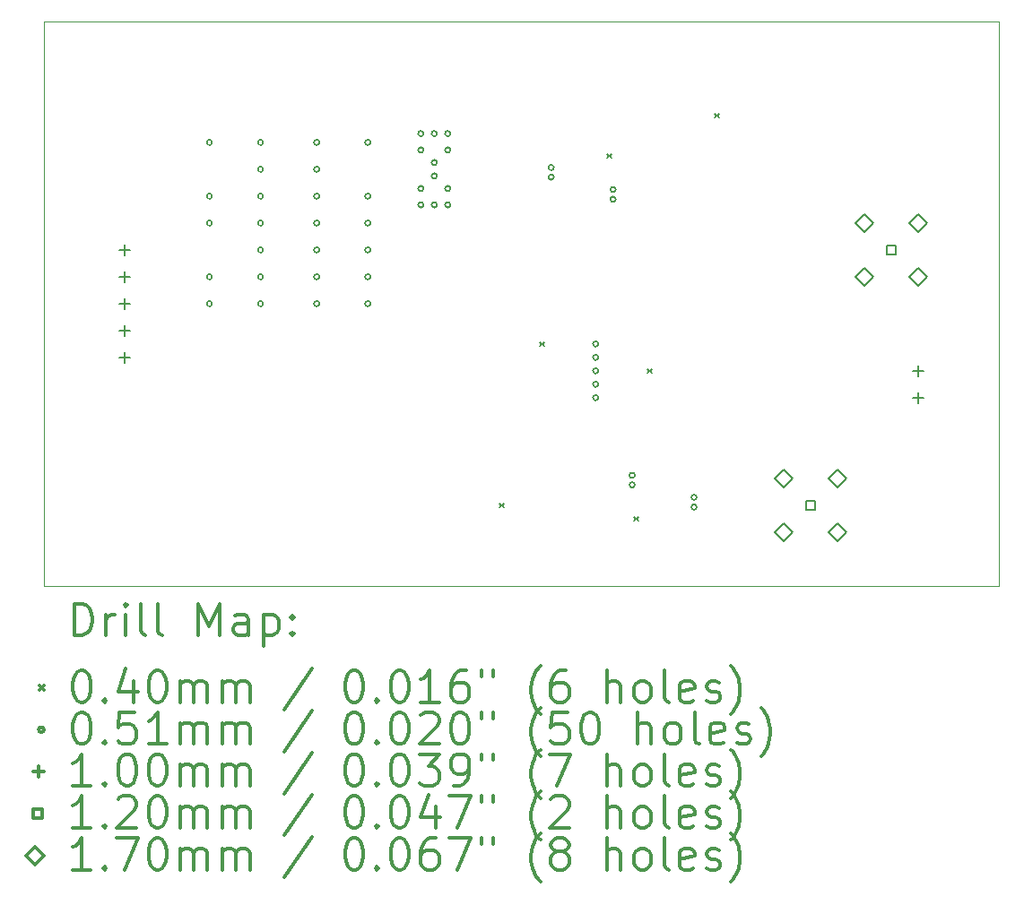
<source format=gbr>
%FSLAX45Y45*%
G04 Gerber Fmt 4.5, Leading zero omitted, Abs format (unit mm)*
G04 Created by KiCad (PCBNEW 5.1.9-73d0e3b20d~88~ubuntu20.04.1) date 2021-08-29 02:07:08*
%MOMM*%
%LPD*%
G01*
G04 APERTURE LIST*
%TA.AperFunction,Profile*%
%ADD10C,0.050000*%
%TD*%
%ADD11C,0.200000*%
%ADD12C,0.300000*%
G04 APERTURE END LIST*
D10*
X7493000Y-5080000D02*
X7493000Y-5207000D01*
X16510000Y-5080000D02*
X7493000Y-5080000D01*
X16510000Y-10414000D02*
X16510000Y-5080000D01*
X7493000Y-10414000D02*
X16510000Y-10414000D01*
X7493000Y-5207000D02*
X7493000Y-10414000D01*
D11*
X11791000Y-9632000D02*
X11831000Y-9672000D01*
X11831000Y-9632000D02*
X11791000Y-9672000D01*
X12172000Y-8108000D02*
X12212000Y-8148000D01*
X12212000Y-8108000D02*
X12172000Y-8148000D01*
X12807000Y-6330000D02*
X12847000Y-6370000D01*
X12847000Y-6330000D02*
X12807000Y-6370000D01*
X13061000Y-9759000D02*
X13101000Y-9799000D01*
X13101000Y-9759000D02*
X13061000Y-9799000D01*
X13188000Y-8362000D02*
X13228000Y-8402000D01*
X13228000Y-8362000D02*
X13188000Y-8402000D01*
X13823000Y-5949000D02*
X13863000Y-5989000D01*
X13863000Y-5949000D02*
X13823000Y-5989000D01*
X9077960Y-6223000D02*
G75*
G03*
X9077960Y-6223000I-25400J0D01*
G01*
X9077960Y-6731000D02*
G75*
G03*
X9077960Y-6731000I-25400J0D01*
G01*
X9077960Y-6985000D02*
G75*
G03*
X9077960Y-6985000I-25400J0D01*
G01*
X9077960Y-7493000D02*
G75*
G03*
X9077960Y-7493000I-25400J0D01*
G01*
X9077960Y-7747000D02*
G75*
G03*
X9077960Y-7747000I-25400J0D01*
G01*
X9560560Y-6223000D02*
G75*
G03*
X9560560Y-6223000I-25400J0D01*
G01*
X9560560Y-6477000D02*
G75*
G03*
X9560560Y-6477000I-25400J0D01*
G01*
X9560560Y-6731000D02*
G75*
G03*
X9560560Y-6731000I-25400J0D01*
G01*
X9560560Y-6985000D02*
G75*
G03*
X9560560Y-6985000I-25400J0D01*
G01*
X9560560Y-7239000D02*
G75*
G03*
X9560560Y-7239000I-25400J0D01*
G01*
X9560560Y-7493000D02*
G75*
G03*
X9560560Y-7493000I-25400J0D01*
G01*
X9560560Y-7747000D02*
G75*
G03*
X9560560Y-7747000I-25400J0D01*
G01*
X10091420Y-6223000D02*
G75*
G03*
X10091420Y-6223000I-25400J0D01*
G01*
X10091420Y-6477000D02*
G75*
G03*
X10091420Y-6477000I-25400J0D01*
G01*
X10091420Y-6731000D02*
G75*
G03*
X10091420Y-6731000I-25400J0D01*
G01*
X10091420Y-6985000D02*
G75*
G03*
X10091420Y-6985000I-25400J0D01*
G01*
X10091420Y-7239000D02*
G75*
G03*
X10091420Y-7239000I-25400J0D01*
G01*
X10091420Y-7493000D02*
G75*
G03*
X10091420Y-7493000I-25400J0D01*
G01*
X10091420Y-7747000D02*
G75*
G03*
X10091420Y-7747000I-25400J0D01*
G01*
X10574020Y-6223000D02*
G75*
G03*
X10574020Y-6223000I-25400J0D01*
G01*
X10574020Y-6731000D02*
G75*
G03*
X10574020Y-6731000I-25400J0D01*
G01*
X10574020Y-6985000D02*
G75*
G03*
X10574020Y-6985000I-25400J0D01*
G01*
X10574020Y-7239000D02*
G75*
G03*
X10574020Y-7239000I-25400J0D01*
G01*
X10574020Y-7493000D02*
G75*
G03*
X10574020Y-7493000I-25400J0D01*
G01*
X10574020Y-7747000D02*
G75*
G03*
X10574020Y-7747000I-25400J0D01*
G01*
X11074400Y-6140450D02*
G75*
G03*
X11074400Y-6140450I-25400J0D01*
G01*
X11074400Y-6295390D02*
G75*
G03*
X11074400Y-6295390I-25400J0D01*
G01*
X11074400Y-6658610D02*
G75*
G03*
X11074400Y-6658610I-25400J0D01*
G01*
X11074400Y-6813550D02*
G75*
G03*
X11074400Y-6813550I-25400J0D01*
G01*
X11201400Y-6140450D02*
G75*
G03*
X11201400Y-6140450I-25400J0D01*
G01*
X11201400Y-6413500D02*
G75*
G03*
X11201400Y-6413500I-25400J0D01*
G01*
X11201400Y-6540500D02*
G75*
G03*
X11201400Y-6540500I-25400J0D01*
G01*
X11201400Y-6813550D02*
G75*
G03*
X11201400Y-6813550I-25400J0D01*
G01*
X11328400Y-6140450D02*
G75*
G03*
X11328400Y-6140450I-25400J0D01*
G01*
X11328400Y-6295390D02*
G75*
G03*
X11328400Y-6295390I-25400J0D01*
G01*
X11328400Y-6658610D02*
G75*
G03*
X11328400Y-6658610I-25400J0D01*
G01*
X11328400Y-6813550D02*
G75*
G03*
X11328400Y-6813550I-25400J0D01*
G01*
X12305030Y-6460490D02*
G75*
G03*
X12305030Y-6460490I-25400J0D01*
G01*
X12305030Y-6551930D02*
G75*
G03*
X12305030Y-6551930I-25400J0D01*
G01*
X12725400Y-8128000D02*
G75*
G03*
X12725400Y-8128000I-25400J0D01*
G01*
X12725400Y-8255000D02*
G75*
G03*
X12725400Y-8255000I-25400J0D01*
G01*
X12725400Y-8382000D02*
G75*
G03*
X12725400Y-8382000I-25400J0D01*
G01*
X12725400Y-8509000D02*
G75*
G03*
X12725400Y-8509000I-25400J0D01*
G01*
X12725400Y-8636000D02*
G75*
G03*
X12725400Y-8636000I-25400J0D01*
G01*
X12889230Y-6668770D02*
G75*
G03*
X12889230Y-6668770I-25400J0D01*
G01*
X12889230Y-6760210D02*
G75*
G03*
X12889230Y-6760210I-25400J0D01*
G01*
X13069570Y-9368790D02*
G75*
G03*
X13069570Y-9368790I-25400J0D01*
G01*
X13069570Y-9460230D02*
G75*
G03*
X13069570Y-9460230I-25400J0D01*
G01*
X13653770Y-9577070D02*
G75*
G03*
X13653770Y-9577070I-25400J0D01*
G01*
X13653770Y-9668510D02*
G75*
G03*
X13653770Y-9668510I-25400J0D01*
G01*
X8255000Y-7189000D02*
X8255000Y-7289000D01*
X8205000Y-7239000D02*
X8305000Y-7239000D01*
X8255000Y-7443000D02*
X8255000Y-7543000D01*
X8205000Y-7493000D02*
X8305000Y-7493000D01*
X8255000Y-7697000D02*
X8255000Y-7797000D01*
X8205000Y-7747000D02*
X8305000Y-7747000D01*
X8255000Y-7951000D02*
X8255000Y-8051000D01*
X8205000Y-8001000D02*
X8305000Y-8001000D01*
X8255000Y-8205000D02*
X8255000Y-8305000D01*
X8205000Y-8255000D02*
X8305000Y-8255000D01*
X15748000Y-8332000D02*
X15748000Y-8432000D01*
X15698000Y-8382000D02*
X15798000Y-8382000D01*
X15748000Y-8586000D02*
X15748000Y-8686000D01*
X15698000Y-8636000D02*
X15798000Y-8636000D01*
X14774427Y-9694427D02*
X14774427Y-9609573D01*
X14689573Y-9609573D01*
X14689573Y-9694427D01*
X14774427Y-9694427D01*
X15536427Y-7281427D02*
X15536427Y-7196573D01*
X15451573Y-7196573D01*
X15451573Y-7281427D01*
X15536427Y-7281427D01*
X14478000Y-9483000D02*
X14563000Y-9398000D01*
X14478000Y-9313000D01*
X14393000Y-9398000D01*
X14478000Y-9483000D01*
X14478000Y-9991000D02*
X14563000Y-9906000D01*
X14478000Y-9821000D01*
X14393000Y-9906000D01*
X14478000Y-9991000D01*
X14986000Y-9483000D02*
X15071000Y-9398000D01*
X14986000Y-9313000D01*
X14901000Y-9398000D01*
X14986000Y-9483000D01*
X14986000Y-9991000D02*
X15071000Y-9906000D01*
X14986000Y-9821000D01*
X14901000Y-9906000D01*
X14986000Y-9991000D01*
X15240000Y-7070000D02*
X15325000Y-6985000D01*
X15240000Y-6900000D01*
X15155000Y-6985000D01*
X15240000Y-7070000D01*
X15240000Y-7578000D02*
X15325000Y-7493000D01*
X15240000Y-7408000D01*
X15155000Y-7493000D01*
X15240000Y-7578000D01*
X15748000Y-7070000D02*
X15833000Y-6985000D01*
X15748000Y-6900000D01*
X15663000Y-6985000D01*
X15748000Y-7070000D01*
X15748000Y-7578000D02*
X15833000Y-7493000D01*
X15748000Y-7408000D01*
X15663000Y-7493000D01*
X15748000Y-7578000D01*
D12*
X7776928Y-10882214D02*
X7776928Y-10582214D01*
X7848357Y-10582214D01*
X7891214Y-10596500D01*
X7919786Y-10625072D01*
X7934071Y-10653643D01*
X7948357Y-10710786D01*
X7948357Y-10753643D01*
X7934071Y-10810786D01*
X7919786Y-10839357D01*
X7891214Y-10867929D01*
X7848357Y-10882214D01*
X7776928Y-10882214D01*
X8076928Y-10882214D02*
X8076928Y-10682214D01*
X8076928Y-10739357D02*
X8091214Y-10710786D01*
X8105500Y-10696500D01*
X8134071Y-10682214D01*
X8162643Y-10682214D01*
X8262643Y-10882214D02*
X8262643Y-10682214D01*
X8262643Y-10582214D02*
X8248357Y-10596500D01*
X8262643Y-10610786D01*
X8276928Y-10596500D01*
X8262643Y-10582214D01*
X8262643Y-10610786D01*
X8448357Y-10882214D02*
X8419786Y-10867929D01*
X8405500Y-10839357D01*
X8405500Y-10582214D01*
X8605500Y-10882214D02*
X8576928Y-10867929D01*
X8562643Y-10839357D01*
X8562643Y-10582214D01*
X8948357Y-10882214D02*
X8948357Y-10582214D01*
X9048357Y-10796500D01*
X9148357Y-10582214D01*
X9148357Y-10882214D01*
X9419786Y-10882214D02*
X9419786Y-10725072D01*
X9405500Y-10696500D01*
X9376928Y-10682214D01*
X9319786Y-10682214D01*
X9291214Y-10696500D01*
X9419786Y-10867929D02*
X9391214Y-10882214D01*
X9319786Y-10882214D01*
X9291214Y-10867929D01*
X9276928Y-10839357D01*
X9276928Y-10810786D01*
X9291214Y-10782214D01*
X9319786Y-10767929D01*
X9391214Y-10767929D01*
X9419786Y-10753643D01*
X9562643Y-10682214D02*
X9562643Y-10982214D01*
X9562643Y-10696500D02*
X9591214Y-10682214D01*
X9648357Y-10682214D01*
X9676928Y-10696500D01*
X9691214Y-10710786D01*
X9705500Y-10739357D01*
X9705500Y-10825072D01*
X9691214Y-10853643D01*
X9676928Y-10867929D01*
X9648357Y-10882214D01*
X9591214Y-10882214D01*
X9562643Y-10867929D01*
X9834071Y-10853643D02*
X9848357Y-10867929D01*
X9834071Y-10882214D01*
X9819786Y-10867929D01*
X9834071Y-10853643D01*
X9834071Y-10882214D01*
X9834071Y-10696500D02*
X9848357Y-10710786D01*
X9834071Y-10725072D01*
X9819786Y-10710786D01*
X9834071Y-10696500D01*
X9834071Y-10725072D01*
X7450500Y-11356500D02*
X7490500Y-11396500D01*
X7490500Y-11356500D02*
X7450500Y-11396500D01*
X7834071Y-11212214D02*
X7862643Y-11212214D01*
X7891214Y-11226500D01*
X7905500Y-11240786D01*
X7919786Y-11269357D01*
X7934071Y-11326500D01*
X7934071Y-11397929D01*
X7919786Y-11455071D01*
X7905500Y-11483643D01*
X7891214Y-11497929D01*
X7862643Y-11512214D01*
X7834071Y-11512214D01*
X7805500Y-11497929D01*
X7791214Y-11483643D01*
X7776928Y-11455071D01*
X7762643Y-11397929D01*
X7762643Y-11326500D01*
X7776928Y-11269357D01*
X7791214Y-11240786D01*
X7805500Y-11226500D01*
X7834071Y-11212214D01*
X8062643Y-11483643D02*
X8076928Y-11497929D01*
X8062643Y-11512214D01*
X8048357Y-11497929D01*
X8062643Y-11483643D01*
X8062643Y-11512214D01*
X8334071Y-11312214D02*
X8334071Y-11512214D01*
X8262643Y-11197929D02*
X8191214Y-11412214D01*
X8376928Y-11412214D01*
X8548357Y-11212214D02*
X8576928Y-11212214D01*
X8605500Y-11226500D01*
X8619786Y-11240786D01*
X8634071Y-11269357D01*
X8648357Y-11326500D01*
X8648357Y-11397929D01*
X8634071Y-11455071D01*
X8619786Y-11483643D01*
X8605500Y-11497929D01*
X8576928Y-11512214D01*
X8548357Y-11512214D01*
X8519786Y-11497929D01*
X8505500Y-11483643D01*
X8491214Y-11455071D01*
X8476928Y-11397929D01*
X8476928Y-11326500D01*
X8491214Y-11269357D01*
X8505500Y-11240786D01*
X8519786Y-11226500D01*
X8548357Y-11212214D01*
X8776928Y-11512214D02*
X8776928Y-11312214D01*
X8776928Y-11340786D02*
X8791214Y-11326500D01*
X8819786Y-11312214D01*
X8862643Y-11312214D01*
X8891214Y-11326500D01*
X8905500Y-11355071D01*
X8905500Y-11512214D01*
X8905500Y-11355071D02*
X8919786Y-11326500D01*
X8948357Y-11312214D01*
X8991214Y-11312214D01*
X9019786Y-11326500D01*
X9034071Y-11355071D01*
X9034071Y-11512214D01*
X9176928Y-11512214D02*
X9176928Y-11312214D01*
X9176928Y-11340786D02*
X9191214Y-11326500D01*
X9219786Y-11312214D01*
X9262643Y-11312214D01*
X9291214Y-11326500D01*
X9305500Y-11355071D01*
X9305500Y-11512214D01*
X9305500Y-11355071D02*
X9319786Y-11326500D01*
X9348357Y-11312214D01*
X9391214Y-11312214D01*
X9419786Y-11326500D01*
X9434071Y-11355071D01*
X9434071Y-11512214D01*
X10019786Y-11197929D02*
X9762643Y-11583643D01*
X10405500Y-11212214D02*
X10434071Y-11212214D01*
X10462643Y-11226500D01*
X10476928Y-11240786D01*
X10491214Y-11269357D01*
X10505500Y-11326500D01*
X10505500Y-11397929D01*
X10491214Y-11455071D01*
X10476928Y-11483643D01*
X10462643Y-11497929D01*
X10434071Y-11512214D01*
X10405500Y-11512214D01*
X10376928Y-11497929D01*
X10362643Y-11483643D01*
X10348357Y-11455071D01*
X10334071Y-11397929D01*
X10334071Y-11326500D01*
X10348357Y-11269357D01*
X10362643Y-11240786D01*
X10376928Y-11226500D01*
X10405500Y-11212214D01*
X10634071Y-11483643D02*
X10648357Y-11497929D01*
X10634071Y-11512214D01*
X10619786Y-11497929D01*
X10634071Y-11483643D01*
X10634071Y-11512214D01*
X10834071Y-11212214D02*
X10862643Y-11212214D01*
X10891214Y-11226500D01*
X10905500Y-11240786D01*
X10919786Y-11269357D01*
X10934071Y-11326500D01*
X10934071Y-11397929D01*
X10919786Y-11455071D01*
X10905500Y-11483643D01*
X10891214Y-11497929D01*
X10862643Y-11512214D01*
X10834071Y-11512214D01*
X10805500Y-11497929D01*
X10791214Y-11483643D01*
X10776928Y-11455071D01*
X10762643Y-11397929D01*
X10762643Y-11326500D01*
X10776928Y-11269357D01*
X10791214Y-11240786D01*
X10805500Y-11226500D01*
X10834071Y-11212214D01*
X11219786Y-11512214D02*
X11048357Y-11512214D01*
X11134071Y-11512214D02*
X11134071Y-11212214D01*
X11105500Y-11255071D01*
X11076928Y-11283643D01*
X11048357Y-11297929D01*
X11476928Y-11212214D02*
X11419786Y-11212214D01*
X11391214Y-11226500D01*
X11376928Y-11240786D01*
X11348357Y-11283643D01*
X11334071Y-11340786D01*
X11334071Y-11455071D01*
X11348357Y-11483643D01*
X11362643Y-11497929D01*
X11391214Y-11512214D01*
X11448357Y-11512214D01*
X11476928Y-11497929D01*
X11491214Y-11483643D01*
X11505500Y-11455071D01*
X11505500Y-11383643D01*
X11491214Y-11355071D01*
X11476928Y-11340786D01*
X11448357Y-11326500D01*
X11391214Y-11326500D01*
X11362643Y-11340786D01*
X11348357Y-11355071D01*
X11334071Y-11383643D01*
X11619786Y-11212214D02*
X11619786Y-11269357D01*
X11734071Y-11212214D02*
X11734071Y-11269357D01*
X12176928Y-11626500D02*
X12162643Y-11612214D01*
X12134071Y-11569357D01*
X12119786Y-11540786D01*
X12105500Y-11497929D01*
X12091214Y-11426500D01*
X12091214Y-11369357D01*
X12105500Y-11297929D01*
X12119786Y-11255071D01*
X12134071Y-11226500D01*
X12162643Y-11183643D01*
X12176928Y-11169357D01*
X12419786Y-11212214D02*
X12362643Y-11212214D01*
X12334071Y-11226500D01*
X12319786Y-11240786D01*
X12291214Y-11283643D01*
X12276928Y-11340786D01*
X12276928Y-11455071D01*
X12291214Y-11483643D01*
X12305500Y-11497929D01*
X12334071Y-11512214D01*
X12391214Y-11512214D01*
X12419786Y-11497929D01*
X12434071Y-11483643D01*
X12448357Y-11455071D01*
X12448357Y-11383643D01*
X12434071Y-11355071D01*
X12419786Y-11340786D01*
X12391214Y-11326500D01*
X12334071Y-11326500D01*
X12305500Y-11340786D01*
X12291214Y-11355071D01*
X12276928Y-11383643D01*
X12805500Y-11512214D02*
X12805500Y-11212214D01*
X12934071Y-11512214D02*
X12934071Y-11355071D01*
X12919786Y-11326500D01*
X12891214Y-11312214D01*
X12848357Y-11312214D01*
X12819786Y-11326500D01*
X12805500Y-11340786D01*
X13119786Y-11512214D02*
X13091214Y-11497929D01*
X13076928Y-11483643D01*
X13062643Y-11455071D01*
X13062643Y-11369357D01*
X13076928Y-11340786D01*
X13091214Y-11326500D01*
X13119786Y-11312214D01*
X13162643Y-11312214D01*
X13191214Y-11326500D01*
X13205500Y-11340786D01*
X13219786Y-11369357D01*
X13219786Y-11455071D01*
X13205500Y-11483643D01*
X13191214Y-11497929D01*
X13162643Y-11512214D01*
X13119786Y-11512214D01*
X13391214Y-11512214D02*
X13362643Y-11497929D01*
X13348357Y-11469357D01*
X13348357Y-11212214D01*
X13619786Y-11497929D02*
X13591214Y-11512214D01*
X13534071Y-11512214D01*
X13505500Y-11497929D01*
X13491214Y-11469357D01*
X13491214Y-11355071D01*
X13505500Y-11326500D01*
X13534071Y-11312214D01*
X13591214Y-11312214D01*
X13619786Y-11326500D01*
X13634071Y-11355071D01*
X13634071Y-11383643D01*
X13491214Y-11412214D01*
X13748357Y-11497929D02*
X13776928Y-11512214D01*
X13834071Y-11512214D01*
X13862643Y-11497929D01*
X13876928Y-11469357D01*
X13876928Y-11455071D01*
X13862643Y-11426500D01*
X13834071Y-11412214D01*
X13791214Y-11412214D01*
X13762643Y-11397929D01*
X13748357Y-11369357D01*
X13748357Y-11355071D01*
X13762643Y-11326500D01*
X13791214Y-11312214D01*
X13834071Y-11312214D01*
X13862643Y-11326500D01*
X13976928Y-11626500D02*
X13991214Y-11612214D01*
X14019786Y-11569357D01*
X14034071Y-11540786D01*
X14048357Y-11497929D01*
X14062643Y-11426500D01*
X14062643Y-11369357D01*
X14048357Y-11297929D01*
X14034071Y-11255071D01*
X14019786Y-11226500D01*
X13991214Y-11183643D01*
X13976928Y-11169357D01*
X7490500Y-11772500D02*
G75*
G03*
X7490500Y-11772500I-25400J0D01*
G01*
X7834071Y-11608214D02*
X7862643Y-11608214D01*
X7891214Y-11622500D01*
X7905500Y-11636786D01*
X7919786Y-11665357D01*
X7934071Y-11722500D01*
X7934071Y-11793929D01*
X7919786Y-11851071D01*
X7905500Y-11879643D01*
X7891214Y-11893929D01*
X7862643Y-11908214D01*
X7834071Y-11908214D01*
X7805500Y-11893929D01*
X7791214Y-11879643D01*
X7776928Y-11851071D01*
X7762643Y-11793929D01*
X7762643Y-11722500D01*
X7776928Y-11665357D01*
X7791214Y-11636786D01*
X7805500Y-11622500D01*
X7834071Y-11608214D01*
X8062643Y-11879643D02*
X8076928Y-11893929D01*
X8062643Y-11908214D01*
X8048357Y-11893929D01*
X8062643Y-11879643D01*
X8062643Y-11908214D01*
X8348357Y-11608214D02*
X8205500Y-11608214D01*
X8191214Y-11751071D01*
X8205500Y-11736786D01*
X8234071Y-11722500D01*
X8305500Y-11722500D01*
X8334071Y-11736786D01*
X8348357Y-11751071D01*
X8362643Y-11779643D01*
X8362643Y-11851071D01*
X8348357Y-11879643D01*
X8334071Y-11893929D01*
X8305500Y-11908214D01*
X8234071Y-11908214D01*
X8205500Y-11893929D01*
X8191214Y-11879643D01*
X8648357Y-11908214D02*
X8476928Y-11908214D01*
X8562643Y-11908214D02*
X8562643Y-11608214D01*
X8534071Y-11651071D01*
X8505500Y-11679643D01*
X8476928Y-11693929D01*
X8776928Y-11908214D02*
X8776928Y-11708214D01*
X8776928Y-11736786D02*
X8791214Y-11722500D01*
X8819786Y-11708214D01*
X8862643Y-11708214D01*
X8891214Y-11722500D01*
X8905500Y-11751071D01*
X8905500Y-11908214D01*
X8905500Y-11751071D02*
X8919786Y-11722500D01*
X8948357Y-11708214D01*
X8991214Y-11708214D01*
X9019786Y-11722500D01*
X9034071Y-11751071D01*
X9034071Y-11908214D01*
X9176928Y-11908214D02*
X9176928Y-11708214D01*
X9176928Y-11736786D02*
X9191214Y-11722500D01*
X9219786Y-11708214D01*
X9262643Y-11708214D01*
X9291214Y-11722500D01*
X9305500Y-11751071D01*
X9305500Y-11908214D01*
X9305500Y-11751071D02*
X9319786Y-11722500D01*
X9348357Y-11708214D01*
X9391214Y-11708214D01*
X9419786Y-11722500D01*
X9434071Y-11751071D01*
X9434071Y-11908214D01*
X10019786Y-11593929D02*
X9762643Y-11979643D01*
X10405500Y-11608214D02*
X10434071Y-11608214D01*
X10462643Y-11622500D01*
X10476928Y-11636786D01*
X10491214Y-11665357D01*
X10505500Y-11722500D01*
X10505500Y-11793929D01*
X10491214Y-11851071D01*
X10476928Y-11879643D01*
X10462643Y-11893929D01*
X10434071Y-11908214D01*
X10405500Y-11908214D01*
X10376928Y-11893929D01*
X10362643Y-11879643D01*
X10348357Y-11851071D01*
X10334071Y-11793929D01*
X10334071Y-11722500D01*
X10348357Y-11665357D01*
X10362643Y-11636786D01*
X10376928Y-11622500D01*
X10405500Y-11608214D01*
X10634071Y-11879643D02*
X10648357Y-11893929D01*
X10634071Y-11908214D01*
X10619786Y-11893929D01*
X10634071Y-11879643D01*
X10634071Y-11908214D01*
X10834071Y-11608214D02*
X10862643Y-11608214D01*
X10891214Y-11622500D01*
X10905500Y-11636786D01*
X10919786Y-11665357D01*
X10934071Y-11722500D01*
X10934071Y-11793929D01*
X10919786Y-11851071D01*
X10905500Y-11879643D01*
X10891214Y-11893929D01*
X10862643Y-11908214D01*
X10834071Y-11908214D01*
X10805500Y-11893929D01*
X10791214Y-11879643D01*
X10776928Y-11851071D01*
X10762643Y-11793929D01*
X10762643Y-11722500D01*
X10776928Y-11665357D01*
X10791214Y-11636786D01*
X10805500Y-11622500D01*
X10834071Y-11608214D01*
X11048357Y-11636786D02*
X11062643Y-11622500D01*
X11091214Y-11608214D01*
X11162643Y-11608214D01*
X11191214Y-11622500D01*
X11205500Y-11636786D01*
X11219786Y-11665357D01*
X11219786Y-11693929D01*
X11205500Y-11736786D01*
X11034071Y-11908214D01*
X11219786Y-11908214D01*
X11405500Y-11608214D02*
X11434071Y-11608214D01*
X11462643Y-11622500D01*
X11476928Y-11636786D01*
X11491214Y-11665357D01*
X11505500Y-11722500D01*
X11505500Y-11793929D01*
X11491214Y-11851071D01*
X11476928Y-11879643D01*
X11462643Y-11893929D01*
X11434071Y-11908214D01*
X11405500Y-11908214D01*
X11376928Y-11893929D01*
X11362643Y-11879643D01*
X11348357Y-11851071D01*
X11334071Y-11793929D01*
X11334071Y-11722500D01*
X11348357Y-11665357D01*
X11362643Y-11636786D01*
X11376928Y-11622500D01*
X11405500Y-11608214D01*
X11619786Y-11608214D02*
X11619786Y-11665357D01*
X11734071Y-11608214D02*
X11734071Y-11665357D01*
X12176928Y-12022500D02*
X12162643Y-12008214D01*
X12134071Y-11965357D01*
X12119786Y-11936786D01*
X12105500Y-11893929D01*
X12091214Y-11822500D01*
X12091214Y-11765357D01*
X12105500Y-11693929D01*
X12119786Y-11651071D01*
X12134071Y-11622500D01*
X12162643Y-11579643D01*
X12176928Y-11565357D01*
X12434071Y-11608214D02*
X12291214Y-11608214D01*
X12276928Y-11751071D01*
X12291214Y-11736786D01*
X12319786Y-11722500D01*
X12391214Y-11722500D01*
X12419786Y-11736786D01*
X12434071Y-11751071D01*
X12448357Y-11779643D01*
X12448357Y-11851071D01*
X12434071Y-11879643D01*
X12419786Y-11893929D01*
X12391214Y-11908214D01*
X12319786Y-11908214D01*
X12291214Y-11893929D01*
X12276928Y-11879643D01*
X12634071Y-11608214D02*
X12662643Y-11608214D01*
X12691214Y-11622500D01*
X12705500Y-11636786D01*
X12719786Y-11665357D01*
X12734071Y-11722500D01*
X12734071Y-11793929D01*
X12719786Y-11851071D01*
X12705500Y-11879643D01*
X12691214Y-11893929D01*
X12662643Y-11908214D01*
X12634071Y-11908214D01*
X12605500Y-11893929D01*
X12591214Y-11879643D01*
X12576928Y-11851071D01*
X12562643Y-11793929D01*
X12562643Y-11722500D01*
X12576928Y-11665357D01*
X12591214Y-11636786D01*
X12605500Y-11622500D01*
X12634071Y-11608214D01*
X13091214Y-11908214D02*
X13091214Y-11608214D01*
X13219786Y-11908214D02*
X13219786Y-11751071D01*
X13205500Y-11722500D01*
X13176928Y-11708214D01*
X13134071Y-11708214D01*
X13105500Y-11722500D01*
X13091214Y-11736786D01*
X13405500Y-11908214D02*
X13376928Y-11893929D01*
X13362643Y-11879643D01*
X13348357Y-11851071D01*
X13348357Y-11765357D01*
X13362643Y-11736786D01*
X13376928Y-11722500D01*
X13405500Y-11708214D01*
X13448357Y-11708214D01*
X13476928Y-11722500D01*
X13491214Y-11736786D01*
X13505500Y-11765357D01*
X13505500Y-11851071D01*
X13491214Y-11879643D01*
X13476928Y-11893929D01*
X13448357Y-11908214D01*
X13405500Y-11908214D01*
X13676928Y-11908214D02*
X13648357Y-11893929D01*
X13634071Y-11865357D01*
X13634071Y-11608214D01*
X13905500Y-11893929D02*
X13876928Y-11908214D01*
X13819786Y-11908214D01*
X13791214Y-11893929D01*
X13776928Y-11865357D01*
X13776928Y-11751071D01*
X13791214Y-11722500D01*
X13819786Y-11708214D01*
X13876928Y-11708214D01*
X13905500Y-11722500D01*
X13919786Y-11751071D01*
X13919786Y-11779643D01*
X13776928Y-11808214D01*
X14034071Y-11893929D02*
X14062643Y-11908214D01*
X14119786Y-11908214D01*
X14148357Y-11893929D01*
X14162643Y-11865357D01*
X14162643Y-11851071D01*
X14148357Y-11822500D01*
X14119786Y-11808214D01*
X14076928Y-11808214D01*
X14048357Y-11793929D01*
X14034071Y-11765357D01*
X14034071Y-11751071D01*
X14048357Y-11722500D01*
X14076928Y-11708214D01*
X14119786Y-11708214D01*
X14148357Y-11722500D01*
X14262643Y-12022500D02*
X14276928Y-12008214D01*
X14305500Y-11965357D01*
X14319786Y-11936786D01*
X14334071Y-11893929D01*
X14348357Y-11822500D01*
X14348357Y-11765357D01*
X14334071Y-11693929D01*
X14319786Y-11651071D01*
X14305500Y-11622500D01*
X14276928Y-11579643D01*
X14262643Y-11565357D01*
X7440500Y-12118500D02*
X7440500Y-12218500D01*
X7390500Y-12168500D02*
X7490500Y-12168500D01*
X7934071Y-12304214D02*
X7762643Y-12304214D01*
X7848357Y-12304214D02*
X7848357Y-12004214D01*
X7819786Y-12047071D01*
X7791214Y-12075643D01*
X7762643Y-12089929D01*
X8062643Y-12275643D02*
X8076928Y-12289929D01*
X8062643Y-12304214D01*
X8048357Y-12289929D01*
X8062643Y-12275643D01*
X8062643Y-12304214D01*
X8262643Y-12004214D02*
X8291214Y-12004214D01*
X8319786Y-12018500D01*
X8334071Y-12032786D01*
X8348357Y-12061357D01*
X8362643Y-12118500D01*
X8362643Y-12189929D01*
X8348357Y-12247071D01*
X8334071Y-12275643D01*
X8319786Y-12289929D01*
X8291214Y-12304214D01*
X8262643Y-12304214D01*
X8234071Y-12289929D01*
X8219786Y-12275643D01*
X8205500Y-12247071D01*
X8191214Y-12189929D01*
X8191214Y-12118500D01*
X8205500Y-12061357D01*
X8219786Y-12032786D01*
X8234071Y-12018500D01*
X8262643Y-12004214D01*
X8548357Y-12004214D02*
X8576928Y-12004214D01*
X8605500Y-12018500D01*
X8619786Y-12032786D01*
X8634071Y-12061357D01*
X8648357Y-12118500D01*
X8648357Y-12189929D01*
X8634071Y-12247071D01*
X8619786Y-12275643D01*
X8605500Y-12289929D01*
X8576928Y-12304214D01*
X8548357Y-12304214D01*
X8519786Y-12289929D01*
X8505500Y-12275643D01*
X8491214Y-12247071D01*
X8476928Y-12189929D01*
X8476928Y-12118500D01*
X8491214Y-12061357D01*
X8505500Y-12032786D01*
X8519786Y-12018500D01*
X8548357Y-12004214D01*
X8776928Y-12304214D02*
X8776928Y-12104214D01*
X8776928Y-12132786D02*
X8791214Y-12118500D01*
X8819786Y-12104214D01*
X8862643Y-12104214D01*
X8891214Y-12118500D01*
X8905500Y-12147071D01*
X8905500Y-12304214D01*
X8905500Y-12147071D02*
X8919786Y-12118500D01*
X8948357Y-12104214D01*
X8991214Y-12104214D01*
X9019786Y-12118500D01*
X9034071Y-12147071D01*
X9034071Y-12304214D01*
X9176928Y-12304214D02*
X9176928Y-12104214D01*
X9176928Y-12132786D02*
X9191214Y-12118500D01*
X9219786Y-12104214D01*
X9262643Y-12104214D01*
X9291214Y-12118500D01*
X9305500Y-12147071D01*
X9305500Y-12304214D01*
X9305500Y-12147071D02*
X9319786Y-12118500D01*
X9348357Y-12104214D01*
X9391214Y-12104214D01*
X9419786Y-12118500D01*
X9434071Y-12147071D01*
X9434071Y-12304214D01*
X10019786Y-11989929D02*
X9762643Y-12375643D01*
X10405500Y-12004214D02*
X10434071Y-12004214D01*
X10462643Y-12018500D01*
X10476928Y-12032786D01*
X10491214Y-12061357D01*
X10505500Y-12118500D01*
X10505500Y-12189929D01*
X10491214Y-12247071D01*
X10476928Y-12275643D01*
X10462643Y-12289929D01*
X10434071Y-12304214D01*
X10405500Y-12304214D01*
X10376928Y-12289929D01*
X10362643Y-12275643D01*
X10348357Y-12247071D01*
X10334071Y-12189929D01*
X10334071Y-12118500D01*
X10348357Y-12061357D01*
X10362643Y-12032786D01*
X10376928Y-12018500D01*
X10405500Y-12004214D01*
X10634071Y-12275643D02*
X10648357Y-12289929D01*
X10634071Y-12304214D01*
X10619786Y-12289929D01*
X10634071Y-12275643D01*
X10634071Y-12304214D01*
X10834071Y-12004214D02*
X10862643Y-12004214D01*
X10891214Y-12018500D01*
X10905500Y-12032786D01*
X10919786Y-12061357D01*
X10934071Y-12118500D01*
X10934071Y-12189929D01*
X10919786Y-12247071D01*
X10905500Y-12275643D01*
X10891214Y-12289929D01*
X10862643Y-12304214D01*
X10834071Y-12304214D01*
X10805500Y-12289929D01*
X10791214Y-12275643D01*
X10776928Y-12247071D01*
X10762643Y-12189929D01*
X10762643Y-12118500D01*
X10776928Y-12061357D01*
X10791214Y-12032786D01*
X10805500Y-12018500D01*
X10834071Y-12004214D01*
X11034071Y-12004214D02*
X11219786Y-12004214D01*
X11119786Y-12118500D01*
X11162643Y-12118500D01*
X11191214Y-12132786D01*
X11205500Y-12147071D01*
X11219786Y-12175643D01*
X11219786Y-12247071D01*
X11205500Y-12275643D01*
X11191214Y-12289929D01*
X11162643Y-12304214D01*
X11076928Y-12304214D01*
X11048357Y-12289929D01*
X11034071Y-12275643D01*
X11362643Y-12304214D02*
X11419786Y-12304214D01*
X11448357Y-12289929D01*
X11462643Y-12275643D01*
X11491214Y-12232786D01*
X11505500Y-12175643D01*
X11505500Y-12061357D01*
X11491214Y-12032786D01*
X11476928Y-12018500D01*
X11448357Y-12004214D01*
X11391214Y-12004214D01*
X11362643Y-12018500D01*
X11348357Y-12032786D01*
X11334071Y-12061357D01*
X11334071Y-12132786D01*
X11348357Y-12161357D01*
X11362643Y-12175643D01*
X11391214Y-12189929D01*
X11448357Y-12189929D01*
X11476928Y-12175643D01*
X11491214Y-12161357D01*
X11505500Y-12132786D01*
X11619786Y-12004214D02*
X11619786Y-12061357D01*
X11734071Y-12004214D02*
X11734071Y-12061357D01*
X12176928Y-12418500D02*
X12162643Y-12404214D01*
X12134071Y-12361357D01*
X12119786Y-12332786D01*
X12105500Y-12289929D01*
X12091214Y-12218500D01*
X12091214Y-12161357D01*
X12105500Y-12089929D01*
X12119786Y-12047071D01*
X12134071Y-12018500D01*
X12162643Y-11975643D01*
X12176928Y-11961357D01*
X12262643Y-12004214D02*
X12462643Y-12004214D01*
X12334071Y-12304214D01*
X12805500Y-12304214D02*
X12805500Y-12004214D01*
X12934071Y-12304214D02*
X12934071Y-12147071D01*
X12919786Y-12118500D01*
X12891214Y-12104214D01*
X12848357Y-12104214D01*
X12819786Y-12118500D01*
X12805500Y-12132786D01*
X13119786Y-12304214D02*
X13091214Y-12289929D01*
X13076928Y-12275643D01*
X13062643Y-12247071D01*
X13062643Y-12161357D01*
X13076928Y-12132786D01*
X13091214Y-12118500D01*
X13119786Y-12104214D01*
X13162643Y-12104214D01*
X13191214Y-12118500D01*
X13205500Y-12132786D01*
X13219786Y-12161357D01*
X13219786Y-12247071D01*
X13205500Y-12275643D01*
X13191214Y-12289929D01*
X13162643Y-12304214D01*
X13119786Y-12304214D01*
X13391214Y-12304214D02*
X13362643Y-12289929D01*
X13348357Y-12261357D01*
X13348357Y-12004214D01*
X13619786Y-12289929D02*
X13591214Y-12304214D01*
X13534071Y-12304214D01*
X13505500Y-12289929D01*
X13491214Y-12261357D01*
X13491214Y-12147071D01*
X13505500Y-12118500D01*
X13534071Y-12104214D01*
X13591214Y-12104214D01*
X13619786Y-12118500D01*
X13634071Y-12147071D01*
X13634071Y-12175643D01*
X13491214Y-12204214D01*
X13748357Y-12289929D02*
X13776928Y-12304214D01*
X13834071Y-12304214D01*
X13862643Y-12289929D01*
X13876928Y-12261357D01*
X13876928Y-12247071D01*
X13862643Y-12218500D01*
X13834071Y-12204214D01*
X13791214Y-12204214D01*
X13762643Y-12189929D01*
X13748357Y-12161357D01*
X13748357Y-12147071D01*
X13762643Y-12118500D01*
X13791214Y-12104214D01*
X13834071Y-12104214D01*
X13862643Y-12118500D01*
X13976928Y-12418500D02*
X13991214Y-12404214D01*
X14019786Y-12361357D01*
X14034071Y-12332786D01*
X14048357Y-12289929D01*
X14062643Y-12218500D01*
X14062643Y-12161357D01*
X14048357Y-12089929D01*
X14034071Y-12047071D01*
X14019786Y-12018500D01*
X13991214Y-11975643D01*
X13976928Y-11961357D01*
X7472927Y-12606927D02*
X7472927Y-12522073D01*
X7388073Y-12522073D01*
X7388073Y-12606927D01*
X7472927Y-12606927D01*
X7934071Y-12700214D02*
X7762643Y-12700214D01*
X7848357Y-12700214D02*
X7848357Y-12400214D01*
X7819786Y-12443071D01*
X7791214Y-12471643D01*
X7762643Y-12485929D01*
X8062643Y-12671643D02*
X8076928Y-12685929D01*
X8062643Y-12700214D01*
X8048357Y-12685929D01*
X8062643Y-12671643D01*
X8062643Y-12700214D01*
X8191214Y-12428786D02*
X8205500Y-12414500D01*
X8234071Y-12400214D01*
X8305500Y-12400214D01*
X8334071Y-12414500D01*
X8348357Y-12428786D01*
X8362643Y-12457357D01*
X8362643Y-12485929D01*
X8348357Y-12528786D01*
X8176928Y-12700214D01*
X8362643Y-12700214D01*
X8548357Y-12400214D02*
X8576928Y-12400214D01*
X8605500Y-12414500D01*
X8619786Y-12428786D01*
X8634071Y-12457357D01*
X8648357Y-12514500D01*
X8648357Y-12585929D01*
X8634071Y-12643071D01*
X8619786Y-12671643D01*
X8605500Y-12685929D01*
X8576928Y-12700214D01*
X8548357Y-12700214D01*
X8519786Y-12685929D01*
X8505500Y-12671643D01*
X8491214Y-12643071D01*
X8476928Y-12585929D01*
X8476928Y-12514500D01*
X8491214Y-12457357D01*
X8505500Y-12428786D01*
X8519786Y-12414500D01*
X8548357Y-12400214D01*
X8776928Y-12700214D02*
X8776928Y-12500214D01*
X8776928Y-12528786D02*
X8791214Y-12514500D01*
X8819786Y-12500214D01*
X8862643Y-12500214D01*
X8891214Y-12514500D01*
X8905500Y-12543071D01*
X8905500Y-12700214D01*
X8905500Y-12543071D02*
X8919786Y-12514500D01*
X8948357Y-12500214D01*
X8991214Y-12500214D01*
X9019786Y-12514500D01*
X9034071Y-12543071D01*
X9034071Y-12700214D01*
X9176928Y-12700214D02*
X9176928Y-12500214D01*
X9176928Y-12528786D02*
X9191214Y-12514500D01*
X9219786Y-12500214D01*
X9262643Y-12500214D01*
X9291214Y-12514500D01*
X9305500Y-12543071D01*
X9305500Y-12700214D01*
X9305500Y-12543071D02*
X9319786Y-12514500D01*
X9348357Y-12500214D01*
X9391214Y-12500214D01*
X9419786Y-12514500D01*
X9434071Y-12543071D01*
X9434071Y-12700214D01*
X10019786Y-12385929D02*
X9762643Y-12771643D01*
X10405500Y-12400214D02*
X10434071Y-12400214D01*
X10462643Y-12414500D01*
X10476928Y-12428786D01*
X10491214Y-12457357D01*
X10505500Y-12514500D01*
X10505500Y-12585929D01*
X10491214Y-12643071D01*
X10476928Y-12671643D01*
X10462643Y-12685929D01*
X10434071Y-12700214D01*
X10405500Y-12700214D01*
X10376928Y-12685929D01*
X10362643Y-12671643D01*
X10348357Y-12643071D01*
X10334071Y-12585929D01*
X10334071Y-12514500D01*
X10348357Y-12457357D01*
X10362643Y-12428786D01*
X10376928Y-12414500D01*
X10405500Y-12400214D01*
X10634071Y-12671643D02*
X10648357Y-12685929D01*
X10634071Y-12700214D01*
X10619786Y-12685929D01*
X10634071Y-12671643D01*
X10634071Y-12700214D01*
X10834071Y-12400214D02*
X10862643Y-12400214D01*
X10891214Y-12414500D01*
X10905500Y-12428786D01*
X10919786Y-12457357D01*
X10934071Y-12514500D01*
X10934071Y-12585929D01*
X10919786Y-12643071D01*
X10905500Y-12671643D01*
X10891214Y-12685929D01*
X10862643Y-12700214D01*
X10834071Y-12700214D01*
X10805500Y-12685929D01*
X10791214Y-12671643D01*
X10776928Y-12643071D01*
X10762643Y-12585929D01*
X10762643Y-12514500D01*
X10776928Y-12457357D01*
X10791214Y-12428786D01*
X10805500Y-12414500D01*
X10834071Y-12400214D01*
X11191214Y-12500214D02*
X11191214Y-12700214D01*
X11119786Y-12385929D02*
X11048357Y-12600214D01*
X11234071Y-12600214D01*
X11319786Y-12400214D02*
X11519786Y-12400214D01*
X11391214Y-12700214D01*
X11619786Y-12400214D02*
X11619786Y-12457357D01*
X11734071Y-12400214D02*
X11734071Y-12457357D01*
X12176928Y-12814500D02*
X12162643Y-12800214D01*
X12134071Y-12757357D01*
X12119786Y-12728786D01*
X12105500Y-12685929D01*
X12091214Y-12614500D01*
X12091214Y-12557357D01*
X12105500Y-12485929D01*
X12119786Y-12443071D01*
X12134071Y-12414500D01*
X12162643Y-12371643D01*
X12176928Y-12357357D01*
X12276928Y-12428786D02*
X12291214Y-12414500D01*
X12319786Y-12400214D01*
X12391214Y-12400214D01*
X12419786Y-12414500D01*
X12434071Y-12428786D01*
X12448357Y-12457357D01*
X12448357Y-12485929D01*
X12434071Y-12528786D01*
X12262643Y-12700214D01*
X12448357Y-12700214D01*
X12805500Y-12700214D02*
X12805500Y-12400214D01*
X12934071Y-12700214D02*
X12934071Y-12543071D01*
X12919786Y-12514500D01*
X12891214Y-12500214D01*
X12848357Y-12500214D01*
X12819786Y-12514500D01*
X12805500Y-12528786D01*
X13119786Y-12700214D02*
X13091214Y-12685929D01*
X13076928Y-12671643D01*
X13062643Y-12643071D01*
X13062643Y-12557357D01*
X13076928Y-12528786D01*
X13091214Y-12514500D01*
X13119786Y-12500214D01*
X13162643Y-12500214D01*
X13191214Y-12514500D01*
X13205500Y-12528786D01*
X13219786Y-12557357D01*
X13219786Y-12643071D01*
X13205500Y-12671643D01*
X13191214Y-12685929D01*
X13162643Y-12700214D01*
X13119786Y-12700214D01*
X13391214Y-12700214D02*
X13362643Y-12685929D01*
X13348357Y-12657357D01*
X13348357Y-12400214D01*
X13619786Y-12685929D02*
X13591214Y-12700214D01*
X13534071Y-12700214D01*
X13505500Y-12685929D01*
X13491214Y-12657357D01*
X13491214Y-12543071D01*
X13505500Y-12514500D01*
X13534071Y-12500214D01*
X13591214Y-12500214D01*
X13619786Y-12514500D01*
X13634071Y-12543071D01*
X13634071Y-12571643D01*
X13491214Y-12600214D01*
X13748357Y-12685929D02*
X13776928Y-12700214D01*
X13834071Y-12700214D01*
X13862643Y-12685929D01*
X13876928Y-12657357D01*
X13876928Y-12643071D01*
X13862643Y-12614500D01*
X13834071Y-12600214D01*
X13791214Y-12600214D01*
X13762643Y-12585929D01*
X13748357Y-12557357D01*
X13748357Y-12543071D01*
X13762643Y-12514500D01*
X13791214Y-12500214D01*
X13834071Y-12500214D01*
X13862643Y-12514500D01*
X13976928Y-12814500D02*
X13991214Y-12800214D01*
X14019786Y-12757357D01*
X14034071Y-12728786D01*
X14048357Y-12685929D01*
X14062643Y-12614500D01*
X14062643Y-12557357D01*
X14048357Y-12485929D01*
X14034071Y-12443071D01*
X14019786Y-12414500D01*
X13991214Y-12371643D01*
X13976928Y-12357357D01*
X7405500Y-13045500D02*
X7490500Y-12960500D01*
X7405500Y-12875500D01*
X7320500Y-12960500D01*
X7405500Y-13045500D01*
X7934071Y-13096214D02*
X7762643Y-13096214D01*
X7848357Y-13096214D02*
X7848357Y-12796214D01*
X7819786Y-12839071D01*
X7791214Y-12867643D01*
X7762643Y-12881929D01*
X8062643Y-13067643D02*
X8076928Y-13081929D01*
X8062643Y-13096214D01*
X8048357Y-13081929D01*
X8062643Y-13067643D01*
X8062643Y-13096214D01*
X8176928Y-12796214D02*
X8376928Y-12796214D01*
X8248357Y-13096214D01*
X8548357Y-12796214D02*
X8576928Y-12796214D01*
X8605500Y-12810500D01*
X8619786Y-12824786D01*
X8634071Y-12853357D01*
X8648357Y-12910500D01*
X8648357Y-12981929D01*
X8634071Y-13039071D01*
X8619786Y-13067643D01*
X8605500Y-13081929D01*
X8576928Y-13096214D01*
X8548357Y-13096214D01*
X8519786Y-13081929D01*
X8505500Y-13067643D01*
X8491214Y-13039071D01*
X8476928Y-12981929D01*
X8476928Y-12910500D01*
X8491214Y-12853357D01*
X8505500Y-12824786D01*
X8519786Y-12810500D01*
X8548357Y-12796214D01*
X8776928Y-13096214D02*
X8776928Y-12896214D01*
X8776928Y-12924786D02*
X8791214Y-12910500D01*
X8819786Y-12896214D01*
X8862643Y-12896214D01*
X8891214Y-12910500D01*
X8905500Y-12939071D01*
X8905500Y-13096214D01*
X8905500Y-12939071D02*
X8919786Y-12910500D01*
X8948357Y-12896214D01*
X8991214Y-12896214D01*
X9019786Y-12910500D01*
X9034071Y-12939071D01*
X9034071Y-13096214D01*
X9176928Y-13096214D02*
X9176928Y-12896214D01*
X9176928Y-12924786D02*
X9191214Y-12910500D01*
X9219786Y-12896214D01*
X9262643Y-12896214D01*
X9291214Y-12910500D01*
X9305500Y-12939071D01*
X9305500Y-13096214D01*
X9305500Y-12939071D02*
X9319786Y-12910500D01*
X9348357Y-12896214D01*
X9391214Y-12896214D01*
X9419786Y-12910500D01*
X9434071Y-12939071D01*
X9434071Y-13096214D01*
X10019786Y-12781929D02*
X9762643Y-13167643D01*
X10405500Y-12796214D02*
X10434071Y-12796214D01*
X10462643Y-12810500D01*
X10476928Y-12824786D01*
X10491214Y-12853357D01*
X10505500Y-12910500D01*
X10505500Y-12981929D01*
X10491214Y-13039071D01*
X10476928Y-13067643D01*
X10462643Y-13081929D01*
X10434071Y-13096214D01*
X10405500Y-13096214D01*
X10376928Y-13081929D01*
X10362643Y-13067643D01*
X10348357Y-13039071D01*
X10334071Y-12981929D01*
X10334071Y-12910500D01*
X10348357Y-12853357D01*
X10362643Y-12824786D01*
X10376928Y-12810500D01*
X10405500Y-12796214D01*
X10634071Y-13067643D02*
X10648357Y-13081929D01*
X10634071Y-13096214D01*
X10619786Y-13081929D01*
X10634071Y-13067643D01*
X10634071Y-13096214D01*
X10834071Y-12796214D02*
X10862643Y-12796214D01*
X10891214Y-12810500D01*
X10905500Y-12824786D01*
X10919786Y-12853357D01*
X10934071Y-12910500D01*
X10934071Y-12981929D01*
X10919786Y-13039071D01*
X10905500Y-13067643D01*
X10891214Y-13081929D01*
X10862643Y-13096214D01*
X10834071Y-13096214D01*
X10805500Y-13081929D01*
X10791214Y-13067643D01*
X10776928Y-13039071D01*
X10762643Y-12981929D01*
X10762643Y-12910500D01*
X10776928Y-12853357D01*
X10791214Y-12824786D01*
X10805500Y-12810500D01*
X10834071Y-12796214D01*
X11191214Y-12796214D02*
X11134071Y-12796214D01*
X11105500Y-12810500D01*
X11091214Y-12824786D01*
X11062643Y-12867643D01*
X11048357Y-12924786D01*
X11048357Y-13039071D01*
X11062643Y-13067643D01*
X11076928Y-13081929D01*
X11105500Y-13096214D01*
X11162643Y-13096214D01*
X11191214Y-13081929D01*
X11205500Y-13067643D01*
X11219786Y-13039071D01*
X11219786Y-12967643D01*
X11205500Y-12939071D01*
X11191214Y-12924786D01*
X11162643Y-12910500D01*
X11105500Y-12910500D01*
X11076928Y-12924786D01*
X11062643Y-12939071D01*
X11048357Y-12967643D01*
X11319786Y-12796214D02*
X11519786Y-12796214D01*
X11391214Y-13096214D01*
X11619786Y-12796214D02*
X11619786Y-12853357D01*
X11734071Y-12796214D02*
X11734071Y-12853357D01*
X12176928Y-13210500D02*
X12162643Y-13196214D01*
X12134071Y-13153357D01*
X12119786Y-13124786D01*
X12105500Y-13081929D01*
X12091214Y-13010500D01*
X12091214Y-12953357D01*
X12105500Y-12881929D01*
X12119786Y-12839071D01*
X12134071Y-12810500D01*
X12162643Y-12767643D01*
X12176928Y-12753357D01*
X12334071Y-12924786D02*
X12305500Y-12910500D01*
X12291214Y-12896214D01*
X12276928Y-12867643D01*
X12276928Y-12853357D01*
X12291214Y-12824786D01*
X12305500Y-12810500D01*
X12334071Y-12796214D01*
X12391214Y-12796214D01*
X12419786Y-12810500D01*
X12434071Y-12824786D01*
X12448357Y-12853357D01*
X12448357Y-12867643D01*
X12434071Y-12896214D01*
X12419786Y-12910500D01*
X12391214Y-12924786D01*
X12334071Y-12924786D01*
X12305500Y-12939071D01*
X12291214Y-12953357D01*
X12276928Y-12981929D01*
X12276928Y-13039071D01*
X12291214Y-13067643D01*
X12305500Y-13081929D01*
X12334071Y-13096214D01*
X12391214Y-13096214D01*
X12419786Y-13081929D01*
X12434071Y-13067643D01*
X12448357Y-13039071D01*
X12448357Y-12981929D01*
X12434071Y-12953357D01*
X12419786Y-12939071D01*
X12391214Y-12924786D01*
X12805500Y-13096214D02*
X12805500Y-12796214D01*
X12934071Y-13096214D02*
X12934071Y-12939071D01*
X12919786Y-12910500D01*
X12891214Y-12896214D01*
X12848357Y-12896214D01*
X12819786Y-12910500D01*
X12805500Y-12924786D01*
X13119786Y-13096214D02*
X13091214Y-13081929D01*
X13076928Y-13067643D01*
X13062643Y-13039071D01*
X13062643Y-12953357D01*
X13076928Y-12924786D01*
X13091214Y-12910500D01*
X13119786Y-12896214D01*
X13162643Y-12896214D01*
X13191214Y-12910500D01*
X13205500Y-12924786D01*
X13219786Y-12953357D01*
X13219786Y-13039071D01*
X13205500Y-13067643D01*
X13191214Y-13081929D01*
X13162643Y-13096214D01*
X13119786Y-13096214D01*
X13391214Y-13096214D02*
X13362643Y-13081929D01*
X13348357Y-13053357D01*
X13348357Y-12796214D01*
X13619786Y-13081929D02*
X13591214Y-13096214D01*
X13534071Y-13096214D01*
X13505500Y-13081929D01*
X13491214Y-13053357D01*
X13491214Y-12939071D01*
X13505500Y-12910500D01*
X13534071Y-12896214D01*
X13591214Y-12896214D01*
X13619786Y-12910500D01*
X13634071Y-12939071D01*
X13634071Y-12967643D01*
X13491214Y-12996214D01*
X13748357Y-13081929D02*
X13776928Y-13096214D01*
X13834071Y-13096214D01*
X13862643Y-13081929D01*
X13876928Y-13053357D01*
X13876928Y-13039071D01*
X13862643Y-13010500D01*
X13834071Y-12996214D01*
X13791214Y-12996214D01*
X13762643Y-12981929D01*
X13748357Y-12953357D01*
X13748357Y-12939071D01*
X13762643Y-12910500D01*
X13791214Y-12896214D01*
X13834071Y-12896214D01*
X13862643Y-12910500D01*
X13976928Y-13210500D02*
X13991214Y-13196214D01*
X14019786Y-13153357D01*
X14034071Y-13124786D01*
X14048357Y-13081929D01*
X14062643Y-13010500D01*
X14062643Y-12953357D01*
X14048357Y-12881929D01*
X14034071Y-12839071D01*
X14019786Y-12810500D01*
X13991214Y-12767643D01*
X13976928Y-12753357D01*
M02*

</source>
